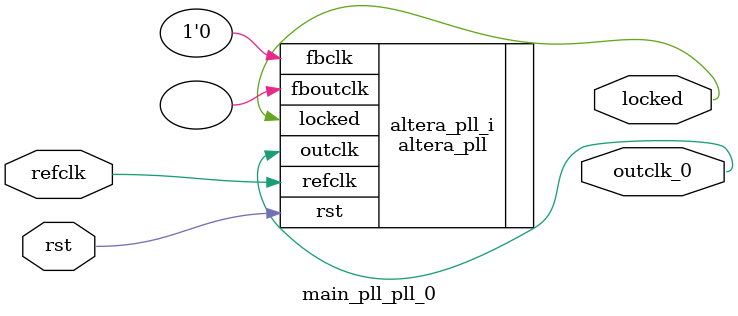
<source format=v>
`timescale 1ns/10ps
module  main_pll_pll_0(

	// interface 'refclk'
	input wire refclk,

	// interface 'reset'
	input wire rst,

	// interface 'outclk0'
	output wire outclk_0,

	// interface 'locked'
	output wire locked
);

	altera_pll #(
		.fractional_vco_multiplier("true"),
		.reference_clock_frequency("50.0 MHz"),
		.operation_mode("direct"),
		.number_of_clocks(1),
		.output_clock_frequency0("25.175000 MHz"),
		.phase_shift0("0 ps"),
		.duty_cycle0(50),
		.output_clock_frequency1("0 MHz"),
		.phase_shift1("0 ps"),
		.duty_cycle1(50),
		.output_clock_frequency2("0 MHz"),
		.phase_shift2("0 ps"),
		.duty_cycle2(50),
		.output_clock_frequency3("0 MHz"),
		.phase_shift3("0 ps"),
		.duty_cycle3(50),
		.output_clock_frequency4("0 MHz"),
		.phase_shift4("0 ps"),
		.duty_cycle4(50),
		.output_clock_frequency5("0 MHz"),
		.phase_shift5("0 ps"),
		.duty_cycle5(50),
		.output_clock_frequency6("0 MHz"),
		.phase_shift6("0 ps"),
		.duty_cycle6(50),
		.output_clock_frequency7("0 MHz"),
		.phase_shift7("0 ps"),
		.duty_cycle7(50),
		.output_clock_frequency8("0 MHz"),
		.phase_shift8("0 ps"),
		.duty_cycle8(50),
		.output_clock_frequency9("0 MHz"),
		.phase_shift9("0 ps"),
		.duty_cycle9(50),
		.output_clock_frequency10("0 MHz"),
		.phase_shift10("0 ps"),
		.duty_cycle10(50),
		.output_clock_frequency11("0 MHz"),
		.phase_shift11("0 ps"),
		.duty_cycle11(50),
		.output_clock_frequency12("0 MHz"),
		.phase_shift12("0 ps"),
		.duty_cycle12(50),
		.output_clock_frequency13("0 MHz"),
		.phase_shift13("0 ps"),
		.duty_cycle13(50),
		.output_clock_frequency14("0 MHz"),
		.phase_shift14("0 ps"),
		.duty_cycle14(50),
		.output_clock_frequency15("0 MHz"),
		.phase_shift15("0 ps"),
		.duty_cycle15(50),
		.output_clock_frequency16("0 MHz"),
		.phase_shift16("0 ps"),
		.duty_cycle16(50),
		.output_clock_frequency17("0 MHz"),
		.phase_shift17("0 ps"),
		.duty_cycle17(50),
		.pll_type("General"),
		.pll_subtype("General")
	) altera_pll_i (
		.rst	(rst),
		.outclk	({outclk_0}),
		.locked	(locked),
		.fboutclk	( ),
		.fbclk	(1'b0),
		.refclk	(refclk)
	);
endmodule


</source>
